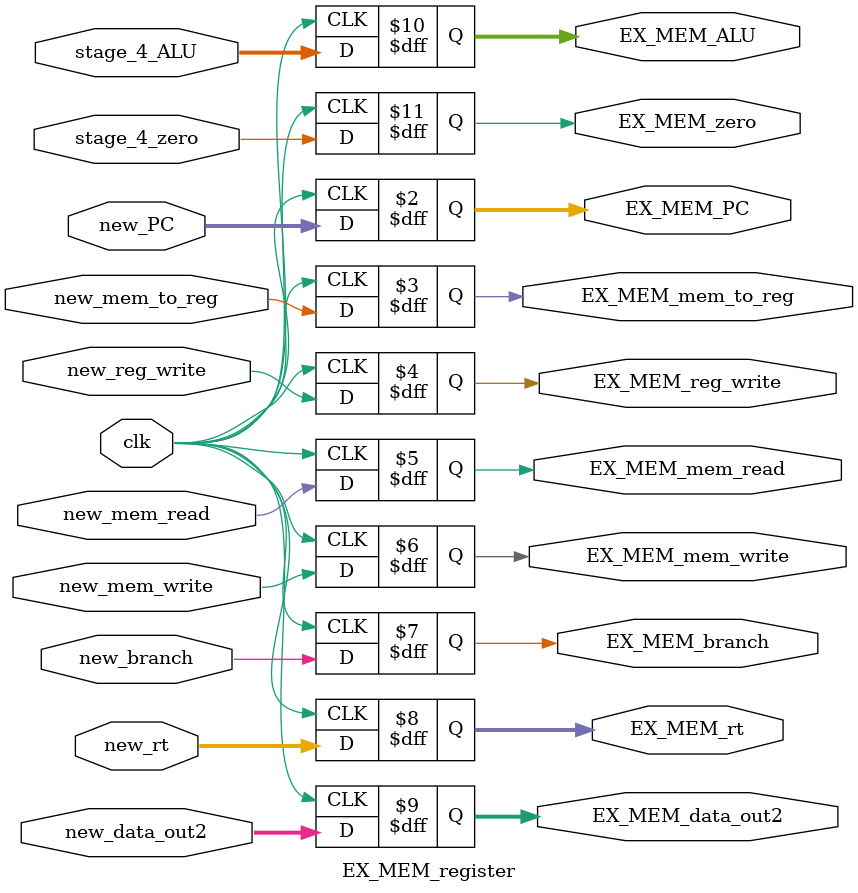
<source format=v>
`timescale 1ns / 1ps


module EX_MEM_register(
          input [31:0] new_PC,
          input new_mem_to_reg,
          input new_reg_write,
          input new_mem_read,
          input new_mem_write,
          input new_branch,
          input [4:0] new_rt,
          input [31:0] new_data_out2,
          input [31:0] stage_4_ALU,    
          input stage_4_zero,

          output reg [31:0] EX_MEM_PC,
          output reg EX_MEM_mem_to_reg,
          output reg EX_MEM_reg_write,
          output reg EX_MEM_mem_read,
          output reg EX_MEM_mem_write,
          output reg EX_MEM_branch,
          output reg [4:0] EX_MEM_rt,
          output reg [31:0] EX_MEM_data_out2,
          output reg [31:0] EX_MEM_ALU,    
          output reg EX_MEM_zero,
          input clk
          
    );
    
    always @(posedge clk)
        begin
            EX_MEM_PC <= new_PC;
            EX_MEM_mem_to_reg <= new_mem_to_reg;
            EX_MEM_reg_write <= new_reg_write;
            EX_MEM_mem_read <= new_mem_read;
            EX_MEM_mem_write <= new_mem_write;
            EX_MEM_branch <= new_branch;
            EX_MEM_rt <= new_rt;
            EX_MEM_data_out2 <= new_data_out2;
            EX_MEM_ALU <= stage_4_ALU;
            EX_MEM_zero <= stage_4_zero; 
        end
endmodule

</source>
